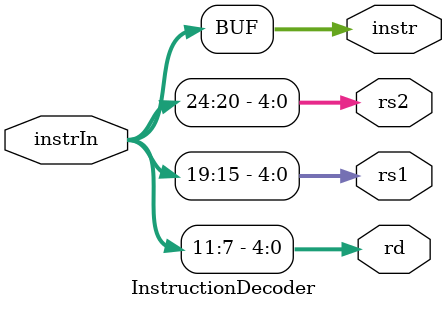
<source format=v>
module InstructionDecoder(instrIn, rd, rs1, rs2, instr);

	input [31:0] instrIn;
	output [4:0] rd;
	output [4:0] rs1;
	output [4:0] rs2;
	output [31:0] instr;
	
	assign rd = instrIn[11:7];
	assign rs1 = instrIn[19:15];
	assign rs2 = instrIn[24:20];
	assign instr = instrIn;
	
endmodule

</source>
